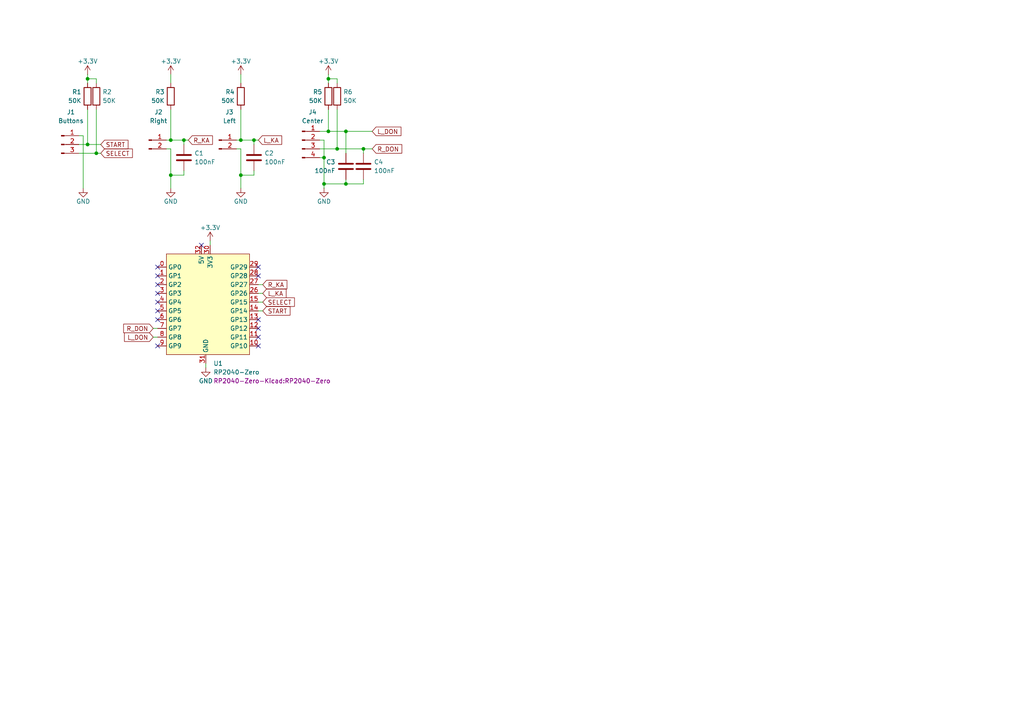
<source format=kicad_sch>
(kicad_sch (version 20231120) (generator "eeschema") (generator_version "8.0")
  (paper "A4")
  (lib_symbols
    (symbol "Connector:Conn_01x02_Pin" (pin_names (offset 1.016) hide)
      (property "Reference" "J" (at 0 2.54 0))
      (property "Value" "Conn_01x02_Pin" (at 0 -5.08 0))
      (symbol "Conn_01x02_Pin_1_1"
        (polyline (pts (xy 1.27 -2.54) (xy 0.8636 -2.54)) (stroke (width 0.1524)))
        (polyline (pts (xy 1.27 0) (xy 0.8636 0)) (stroke (width 0.1524)))
        (rectangle (start 0.8636 -2.413) (end 0 -2.667) (stroke (width 0.1524)) (fill (type outline)))
        (rectangle (start 0.8636 0.127) (end 0 -0.127) (stroke (width 0.1524)) (fill (type outline)))
        (pin passive line (at 5.08 0 180) (length 3.81) (name "Pin_1") (number "1"))
        (pin passive line (at 5.08 -2.54 180) (length 3.81) (name "Pin_2") (number "2"))
      )
    )
    (symbol "Connector:Conn_01x03_Pin" (pin_names (offset 1.016) hide)
      (property "Reference" "J" (at 0 5.08 0))
      (property "Value" "Conn_01x03_Pin" (at 0 -5.08 0))
      (symbol "Conn_01x03_Pin_1_1"
        (polyline (pts (xy 1.27 -2.54) (xy 0.8636 -2.54)) (stroke (width 0.1524)))
        (polyline (pts (xy 1.27 0) (xy 0.8636 0)) (stroke (width 0.1524)))
        (polyline (pts (xy 1.27 2.54) (xy 0.8636 2.54)) (stroke (width 0.1524)))
        (rectangle (start 0.8636 -2.413) (end 0 -2.667) (stroke (width 0.1524)) (fill (type outline)))
        (rectangle (start 0.8636 0.127) (end 0 -0.127) (stroke (width 0.1524)) (fill (type outline)))
        (rectangle (start 0.8636 2.667) (end 0 2.413) (stroke (width 0.1524)) (fill (type outline)))
        (pin passive line (at 5.08 2.54 180) (length 3.81) (name "Pin_1") (number "1"))
        (pin passive line (at 5.08 0 180) (length 3.81) (name "Pin_2") (number "2"))
        (pin passive line (at 5.08 -2.54 180) (length 3.81) (name "Pin_3") (number "3"))
      )
    )
    (symbol "Connector:Conn_01x04_Pin" (pin_names (offset 1.016) hide)
      (property "Reference" "J" (at 0 5.08 0))
      (property "Value" "Conn_01x04_Pin" (at 0 -7.62 0))
      (symbol "Conn_01x04_Pin_1_1"
        (polyline (pts (xy 1.27 -5.08) (xy 0.8636 -5.08)) (stroke (width 0.1524)))
        (polyline (pts (xy 1.27 -2.54) (xy 0.8636 -2.54)) (stroke (width 0.1524)))
        (polyline (pts (xy 1.27 0) (xy 0.8636 0)) (stroke (width 0.1524)))
        (polyline (pts (xy 1.27 2.54) (xy 0.8636 2.54)) (stroke (width 0.1524)))
        (rectangle (start 0.8636 -4.953) (end 0 -5.207) (stroke (width 0.1524)) (fill (type outline)))
        (rectangle (start 0.8636 -2.413) (end 0 -2.667) (stroke (width 0.1524)) (fill (type outline)))
        (rectangle (start 0.8636 0.127) (end 0 -0.127) (stroke (width 0.1524)) (fill (type outline)))
        (rectangle (start 0.8636 2.667) (end 0 2.413) (stroke (width 0.1524)) (fill (type outline)))
        (pin passive line (at 5.08 2.54 180) (length 3.81) (name "Pin_1") (number "1"))
        (pin passive line (at 5.08 0 180) (length 3.81) (name "Pin_2") (number "2"))
        (pin passive line (at 5.08 -2.54 180) (length 3.81) (name "Pin_3") (number "3"))
        (pin passive line (at 5.08 -5.08 180) (length 3.81) (name "Pin_4") (number "4"))
      )
    )
    (symbol "Device:C" (pin_numbers hide) (pin_names (offset 0.254))
      (property "Reference" "C" (at 0.635 2.54 0))
      (property "Value" "C" (at 0.635 -2.54 0))
      (symbol "C_0_1"
        (polyline (pts (xy -2.032 -0.762) (xy 2.032 -0.762)) (stroke (width 0.508)))
        (polyline (pts (xy -2.032 0.762) (xy 2.032 0.762)) (stroke (width 0.508)))
      )
      (symbol "C_1_1"
        (pin passive line (at 0 3.81 270) (length 2.794) (name "~") (number "1"))
        (pin passive line (at 0 -3.81 90) (length 2.794) (name "~") (number "2"))
      )
    )
    (symbol "Device:R" (pin_numbers hide) (pin_names (offset 0))
      (property "Reference" "R" (at 2.032 0 90))
      (property "Value" "R" (at 0 0 90))
      (symbol "R_0_1"
        (rectangle (start -1.016 -2.54) (end 1.016 2.54) (stroke (width 0.254)))
      )
      (symbol "R_1_1"
        (pin passive line (at 0 3.81 270) (length 1.27) (name "~") (number "1"))
        (pin passive line (at 0 -3.81 90) (length 1.27) (name "~") (number "2"))
      )
    )
    (symbol "RP2040-Zero_1"
      (property "Reference" "RZ" (at 0 0 0))
      (property "Value" "RP2040-Zero" (at 0 -2.54 0))
      (property "Footprint" "RP2040-Zero:RP2040-Zero" (at 0 2.54 0))
      (symbol "RP2040-Zero_1_0_1"
        (rectangle (start -11.43 -15.24) (end 12.7 13.97) (fill (type background)))
      )
      (symbol "RP2040-Zero_1_1_1"
        (pin bidirectional line (at -13.97 10.16 0) (length 2.54) (name "GP0") (number "0"))
        (pin bidirectional line (at -13.97 7.62 0) (length 2.54) (name "GP1") (number "1"))
        (pin bidirectional line (at 15.24 -12.7 180) (length 2.54) (name "GP10") (number "10"))
        (pin bidirectional line (at 15.24 -10.16 180) (length 2.54) (name "GP11") (number "11"))
        (pin bidirectional line (at 15.24 -7.62 180) (length 2.54) (name "GP12") (number "12"))
        (pin bidirectional line (at 15.24 -5.08 180) (length 2.54) (name "GP13") (number "13"))
        (pin bidirectional line (at 15.24 -2.54 180) (length 2.54) (name "GP14") (number "14"))
        (pin bidirectional line (at 15.24 0 180) (length 2.54) (name "GP15") (number "15"))
        (pin bidirectional line (at -13.97 5.08 0) (length 2.54) (name "GP2") (number "2"))
        (pin bidirectional line (at 15.24 2.54 180) (length 2.54) (name "GP26") (number "26"))
        (pin bidirectional line (at 15.24 5.08 180) (length 2.54) (name "GP27") (number "27"))
        (pin bidirectional line (at 15.24 7.62 180) (length 2.54) (name "GP28") (number "28"))
        (pin bidirectional line (at 15.24 10.16 180) (length 2.54) (name "GP29") (number "29"))
        (pin bidirectional line (at -13.97 2.54 0) (length 2.54) (name "GP3") (number "3"))
        (pin power_in line (at 1.27 16.51 270) (length 2.54) (name "3V3") (number "30"))
        (pin passive line (at 0 -17.78 90) (length 2.54) (name "GND") (number "31"))
        (pin power_in line (at -1.27 16.51 270) (length 2.54) (name "5V") (number "32"))
        (pin bidirectional line (at -13.97 0 0) (length 2.54) (name "GP4") (number "4"))
        (pin bidirectional line (at -13.97 -2.54 0) (length 2.54) (name "GP5") (number "5"))
        (pin bidirectional line (at -13.97 -5.08 0) (length 2.54) (name "GP6") (number "6"))
        (pin bidirectional line (at -13.97 -7.62 0) (length 2.54) (name "GP7") (number "7"))
        (pin bidirectional line (at -13.97 -10.16 0) (length 2.54) (name "GP8") (number "8"))
        (pin bidirectional line (at -13.97 -12.7 0) (length 2.54) (name "GP9") (number "9"))
      )
    )
    (symbol "power:+3.3V" (power) (pin_numbers hide) (pin_names (offset 0) hide)
      (property "Value" "+3.3V" (at 0 3.556 0))
      (symbol "+3.3V_0_1"
        (polyline (pts (xy -0.762 1.27) (xy 0 2.54)))
        (polyline (pts (xy 0 0) (xy 0 2.54)))
        (polyline (pts (xy 0 2.54) (xy 0.762 1.27)))
      )
      (symbol "+3.3V_1_1"
        (pin power_in line (at 0 0 90) (length 0) (name "~") (number "1"))
      )
    )
    (symbol "power:GND" (power) (pin_numbers hide) (pin_names (offset 0) hide)
      (property "Value" "GND" (at 0 -3.81 0))
      (symbol "GND_0_1"
        (polyline (pts (xy 0 0) (xy 0 -1.27) (xy 1.27 -1.27) (xy 0 -2.54) (xy -1.27 -1.27) (xy 0 -1.27)))
      )
      (symbol "GND_1_1"
        (pin power_in line (at 0 0 270) (length 0) (name "~") (number "1"))
      )
    )
  )
  (junction (at 25.4 41.91))
  (junction (at 97.79 43.18))
  (junction (at 93.98 45.72))
  (junction (at 49.53 50.8))
  (junction (at 95.25 22.86))
  (junction (at 95.25 38.1))
  (junction (at 53.34 40.64))
  (junction (at 69.85 50.8))
  (junction (at 73.66 40.64))
  (junction (at 105.41 43.18))
  (junction (at 27.94 44.45))
  (junction (at 69.85 40.64))
  (junction (at 100.33 38.1))
  (junction (at 49.53 40.64))
  (junction (at 93.98 53.34))
  (junction (at 25.4 22.86))
  (junction (at 100.33 53.34))
  (no_connect (at 45.72 92.71))
  (no_connect (at 74.93 80.01))
  (no_connect (at 45.72 80.01))
  (no_connect (at 45.72 87.63))
  (no_connect (at 45.72 100.33))
  (no_connect (at 45.72 82.55))
  (no_connect (at 74.93 92.71))
  (no_connect (at 45.72 90.17))
  (no_connect (at 74.93 97.79))
  (no_connect (at 45.72 85.09))
  (no_connect (at 45.72 77.47))
  (no_connect (at 58.42 71.12))
  (no_connect (at 74.93 100.33))
  (no_connect (at 74.93 77.47))
  (no_connect (at 74.93 95.25))
  (wire (pts (xy 93.98 45.72) (xy 93.98 53.34)))
  (wire (pts (xy 73.66 41.91) (xy 73.66 40.64)))
  (wire (pts (xy 73.66 49.53) (xy 73.66 50.8)))
  (wire (pts (xy 74.93 40.64) (xy 73.66 40.64)))
  (wire (pts (xy 24.13 39.37) (xy 22.86 39.37)))
  (wire (pts (xy 53.34 41.91) (xy 53.34 40.64)))
  (wire (pts (xy 25.4 22.86) (xy 25.4 24.13)))
  (wire (pts (xy 49.53 43.18) (xy 48.26 43.18)))
  (wire (pts (xy 44.45 95.25) (xy 45.72 95.25)))
  (wire (pts (xy 49.53 21.59) (xy 49.53 24.13)))
  (wire (pts (xy 69.85 31.75) (xy 69.85 40.64)))
  (wire (pts (xy 95.25 21.59) (xy 95.25 22.86)))
  (wire (pts (xy 49.53 40.64) (xy 48.26 40.64)))
  (wire (pts (xy 93.98 45.72) (xy 92.71 45.72)))
  (wire (pts (xy 76.2 90.17) (xy 74.93 90.17)))
  (wire (pts (xy 97.79 31.75) (xy 97.79 43.18)))
  (wire (pts (xy 100.33 53.34) (xy 105.41 53.34)))
  (wire (pts (xy 69.85 43.18) (xy 68.58 43.18)))
  (wire (pts (xy 25.4 41.91) (xy 29.21 41.91)))
  (wire (pts (xy 69.85 54.61) (xy 69.85 50.8)))
  (wire (pts (xy 27.94 44.45) (xy 29.21 44.45)))
  (wire (pts (xy 69.85 21.59) (xy 69.85 24.13)))
  (wire (pts (xy 95.25 22.86) (xy 95.25 24.13)))
  (wire (pts (xy 53.34 50.8) (xy 53.34 49.53)))
  (wire (pts (xy 25.4 31.75) (xy 25.4 41.91)))
  (wire (pts (xy 97.79 43.18) (xy 105.41 43.18)))
  (wire (pts (xy 95.25 31.75) (xy 95.25 38.1)))
  (wire (pts (xy 69.85 43.18) (xy 69.85 50.8)))
  (wire (pts (xy 54.61 40.64) (xy 53.34 40.64)))
  (wire (pts (xy 76.2 82.55) (xy 74.93 82.55)))
  (wire (pts (xy 73.66 40.64) (xy 69.85 40.64)))
  (wire (pts (xy 92.71 40.64) (xy 93.98 40.64)))
  (wire (pts (xy 97.79 24.13) (xy 97.79 22.86)))
  (wire (pts (xy 27.94 31.75) (xy 27.94 44.45)))
  (wire (pts (xy 105.41 43.18) (xy 105.41 44.45)))
  (wire (pts (xy 76.2 87.63) (xy 74.93 87.63)))
  (wire (pts (xy 25.4 21.59) (xy 25.4 22.86)))
  (wire (pts (xy 93.98 53.34) (xy 100.33 53.34)))
  (wire (pts (xy 100.33 53.34) (xy 100.33 52.07)))
  (wire (pts (xy 49.53 40.64) (xy 53.34 40.64)))
  (wire (pts (xy 93.98 54.61) (xy 93.98 53.34)))
  (wire (pts (xy 76.2 85.09) (xy 74.93 85.09)))
  (wire (pts (xy 93.98 40.64) (xy 93.98 45.72)))
  (wire (pts (xy 49.53 54.61) (xy 49.53 50.8)))
  (wire (pts (xy 73.66 50.8) (xy 69.85 50.8)))
  (wire (pts (xy 49.53 43.18) (xy 49.53 50.8)))
  (wire (pts (xy 95.25 38.1) (xy 100.33 38.1)))
  (wire (pts (xy 107.95 38.1) (xy 100.33 38.1)))
  (wire (pts (xy 95.25 38.1) (xy 92.71 38.1)))
  (wire (pts (xy 100.33 38.1) (xy 100.33 44.45)))
  (wire (pts (xy 69.85 40.64) (xy 68.58 40.64)))
  (wire (pts (xy 105.41 52.07) (xy 105.41 53.34)))
  (wire (pts (xy 60.96 69.85) (xy 60.96 71.12)))
  (wire (pts (xy 49.53 50.8) (xy 53.34 50.8)))
  (wire (pts (xy 25.4 22.86) (xy 27.94 22.86)))
  (wire (pts (xy 97.79 43.18) (xy 92.71 43.18)))
  (wire (pts (xy 107.95 43.18) (xy 105.41 43.18)))
  (wire (pts (xy 49.53 31.75) (xy 49.53 40.64)))
  (wire (pts (xy 24.13 54.61) (xy 24.13 39.37)))
  (wire (pts (xy 44.45 97.79) (xy 45.72 97.79)))
  (wire (pts (xy 95.25 22.86) (xy 97.79 22.86)))
  (wire (pts (xy 22.86 41.91) (xy 25.4 41.91)))
  (wire (pts (xy 22.86 44.45) (xy 27.94 44.45)))
  (wire (pts (xy 27.94 22.86) (xy 27.94 24.13)))
  (wire (pts (xy 59.69 106.68) (xy 59.69 105.41)))
  (global_label "R_KA" (shape input) (at 54.61 40.64 0) (property "Intersheetrefs" "${INTERSHEET_REFS}" (effects (hide yes))))
  (global_label "L_DON" (shape input) (at 107.95 38.1 0) (property "Intersheetrefs" "${INTERSHEET_REFS}" (effects (hide yes))))
  (global_label "R_DON" (shape input) (at 44.45 95.25 180) (property "Intersheetrefs" "${INTERSHEET_REFS}" (effects (hide yes))))
  (global_label "R_DON" (shape input) (at 107.95 43.18 0) (property "Intersheetrefs" "${INTERSHEET_REFS}" (effects (hide yes))))
  (global_label "START" (shape input) (at 29.21 41.91 0) (property "Intersheetrefs" "${INTERSHEET_REFS}" (effects (hide yes))))
  (global_label "L_DON" (shape input) (at 44.45 97.79 180) (property "Intersheetrefs" "${INTERSHEET_REFS}" (effects (hide yes))))
  (global_label "R_KA" (shape input) (at 76.2 82.55 0) (property "Intersheetrefs" "${INTERSHEET_REFS}" (effects (hide yes))))
  (global_label "SELECT" (shape input) (at 29.21 44.45 0) (property "Intersheetrefs" "${INTERSHEET_REFS}" (effects (hide yes))))
  (global_label "L_KA" (shape input) (at 76.2 85.09 0) (property "Intersheetrefs" "${INTERSHEET_REFS}" (effects (hide yes))))
  (global_label "START" (shape input) (at 76.2 90.17 0) (property "Intersheetrefs" "${INTERSHEET_REFS}" (effects (hide yes))))
  (global_label "SELECT" (shape input) (at 76.2 87.63 0) (property "Intersheetrefs" "${INTERSHEET_REFS}" (effects (hide yes))))
  (global_label "L_KA" (shape input) (at 74.93 40.64 0) (property "Intersheetrefs" "${INTERSHEET_REFS}" (effects (hide yes))))
  (symbol (lib_id "Device:R") (at 49.53 27.94 0) (mirror y) (unit 1)
    (property "Reference" "R3" (at 47.752 26.67 0) (effects (justify left)))
    (property "Value" "50K" (at 47.752 29.21 0) (effects (justify left)))
    (property "Footprint" "Resistor_SMD:R_0603_1608Metric_Pad0.98x0.95mm_HandSolder" (effects (hide yes)))
    (property "Description" "Resistor" (effects (hide yes)))
  )
  (symbol (lib_name "RP2040-Zero_1") (lib_id "rp2040-zero:RP2040-Zero") (at 59.69 87.63 0) (unit 1)
    (property "Reference" "U1" (at 61.8841 105.41 0) (effects (justify left)))
    (property "Value" "RP2040-Zero" (at 61.8841 107.95 0) (effects (justify left)))
    (property "Footprint" "RP2040-Zero-Kicad:RP2040-Zero" (at 61.8841 110.49 0) (effects (justify left)))
  )
  (symbol (lib_id "Device:R") (at 97.79 27.94 0) (unit 1)
    (property "Reference" "R6" (at 99.568 26.67 0) (effects (justify left)))
    (property "Value" "50K" (at 99.568 29.21 0) (effects (justify left)))
    (property "Footprint" "Resistor_SMD:R_0603_1608Metric_Pad0.98x0.95mm_HandSolder" (effects (hide yes)))
    (property "Description" "Resistor" (effects (hide yes)))
  )
  (symbol (lib_id "power:GND") (at 59.69 106.68 0) (unit 1)
    (property "Reference" "#PWR010" (effects (hide yes)))
    (property "Value" "GND" (at 59.69 110.49 0))
    (property "Description" "Power symbol creates a global label with name \"GND\" , ground" (effects (hide yes)))
  )
  (symbol (lib_id "Connector:Conn_01x04_Pin") (at 87.63 40.64 0) (unit 1)
    (property "Reference" "J4" (at 90.678 32.512 0))
    (property "Value" "Center" (at 90.678 35.052 0))
    (property "Footprint" "tatacon_connectors:PinSocket_1x04_P2.5mm_Vertical" (effects (hide yes)))
    (property "Description" "Generic connector, single row, 01x04, script generated" (effects (hide yes)))
  )
  (symbol (lib_id "Device:R") (at 69.85 27.94 0) (mirror y) (unit 1)
    (property "Reference" "R4" (at 68.072 26.67 0) (effects (justify left)))
    (property "Value" "50K" (at 68.072 29.21 0) (effects (justify left)))
    (property "Footprint" "Resistor_SMD:R_0603_1608Metric_Pad0.98x0.95mm_HandSolder" (effects (hide yes)))
    (property "Description" "Resistor" (effects (hide yes)))
  )
  (symbol (lib_id "Connector:Conn_01x02_Pin") (at 43.18 40.64 0) (unit 1)
    (property "Reference" "J2" (at 45.974 32.512 0))
    (property "Value" "Right" (at 45.974 35.052 0))
    (property "Footprint" "tatacon_connectors:PinSocket_1x02_Spaced_P2.00mm" (effects (hide yes)))
    (property "Description" "Generic connector, single row, 01x02, script generated" (effects (hide yes)))
  )
  (symbol (lib_id "Connector:Conn_01x02_Pin") (at 63.5 40.64 0) (unit 1)
    (property "Reference" "J3" (at 66.548 32.512 0))
    (property "Value" "Left" (at 66.548 35.052 0))
    (property "Footprint" "tatacon_connectors:PinSocket_1x02_Spaced_P2.00mm" (effects (hide yes)))
    (property "Description" "Generic connector, single row, 01x02, script generated" (effects (hide yes)))
  )
  (symbol (lib_id "power:+3.3V") (at 49.53 21.59 0) (unit 1)
    (property "Reference" "#PWR06" (effects (hide yes)))
    (property "Value" "+3.3V" (at 49.53 17.78 0))
    (property "Description" "Power symbol creates a global label with name \"+3.3V\"" (effects (hide yes)))
  )
  (symbol (lib_id "power:+3.3V") (at 60.96 69.85 0) (unit 1)
    (property "Reference" "#PWR09" (effects (hide yes)))
    (property "Value" "+3.3V" (at 60.96 66.04 0))
    (property "Description" "Power symbol creates a global label with name \"+3.3V\"" (effects (hide yes)))
  )
  (symbol (lib_id "Device:C") (at 53.34 45.72 0) (unit 1)
    (property "Reference" "C1" (at 56.388 44.45 0) (effects (justify left)))
    (property "Value" "100nF" (at 56.388 46.99 0) (effects (justify left)))
    (property "Footprint" "Capacitor_SMD:C_0603_1608Metric_Pad1.08x0.95mm_HandSolder" (effects (hide yes)))
    (property "Description" "Unpolarized capacitor" (effects (hide yes)))
  )
  (symbol (lib_id "Device:C") (at 100.33 48.26 0) (mirror y) (unit 1)
    (property "Reference" "C3" (at 97.282 46.99 0) (effects (justify left)))
    (property "Value" "100nF" (at 97.282 49.53 0) (effects (justify left)))
    (property "Footprint" "Capacitor_SMD:C_0603_1608Metric_Pad1.08x0.95mm_HandSolder" (effects (hide yes)))
    (property "Description" "Unpolarized capacitor" (effects (hide yes)))
  )
  (symbol (lib_id "Device:R") (at 95.25 27.94 0) (mirror y) (unit 1)
    (property "Reference" "R5" (at 93.472 26.67 0) (effects (justify left)))
    (property "Value" "50K" (at 93.472 29.21 0) (effects (justify left)))
    (property "Footprint" "Resistor_SMD:R_0603_1608Metric_Pad0.98x0.95mm_HandSolder" (effects (hide yes)))
    (property "Description" "Resistor" (effects (hide yes)))
  )
  (symbol (lib_id "Device:C") (at 105.41 48.26 0) (unit 1)
    (property "Reference" "C4" (at 108.458 46.99 0) (effects (justify left)))
    (property "Value" "100nF" (at 108.458 49.53 0) (effects (justify left)))
    (property "Footprint" "Capacitor_SMD:C_0603_1608Metric_Pad1.08x0.95mm_HandSolder" (effects (hide yes)))
    (property "Description" "Unpolarized capacitor" (effects (hide yes)))
  )
  (symbol (lib_id "Connector:Conn_01x03_Pin") (at 17.78 41.91 0) (unit 1)
    (property "Reference" "J1" (at 20.574 32.512 0))
    (property "Value" "Buttons" (at 20.574 35.052 0))
    (property "Footprint" "Connector_PinSocket_2.54mm:PinSocket_1x03_P2.54mm_Vertical" (effects (hide yes)))
    (property "Description" "Generic connector, single row, 01x03, script generated" (effects (hide yes)))
  )
  (symbol (lib_id "power:+3.3V") (at 69.85 21.59 0) (unit 1)
    (property "Reference" "#PWR07" (effects (hide yes)))
    (property "Value" "+3.3V" (at 69.85 17.78 0))
    (property "Description" "Power symbol creates a global label with name \"+3.3V\"" (effects (hide yes)))
  )
  (symbol (lib_id "power:GND") (at 49.53 54.61 0) (unit 1)
    (property "Reference" "#PWR02" (effects (hide yes)))
    (property "Value" "GND" (at 49.53 58.42 0))
    (property "Description" "Power symbol creates a global label with name \"GND\" , ground" (effects (hide yes)))
  )
  (symbol (lib_id "power:+3.3V") (at 95.25 21.59 0) (unit 1)
    (property "Reference" "#PWR08" (effects (hide yes)))
    (property "Value" "+3.3V" (at 95.25 17.78 0))
    (property "Description" "Power symbol creates a global label with name \"+3.3V\"" (effects (hide yes)))
  )
  (symbol (lib_id "power:GND") (at 69.85 54.61 0) (unit 1)
    (property "Reference" "#PWR03" (effects (hide yes)))
    (property "Value" "GND" (at 69.85 58.42 0))
    (property "Description" "Power symbol creates a global label with name \"GND\" , ground" (effects (hide yes)))
  )
  (symbol (lib_id "Device:R") (at 27.94 27.94 0) (unit 1)
    (property "Reference" "R2" (at 29.718 26.67 0) (effects (justify left)))
    (property "Value" "50K" (at 29.718 29.21 0) (effects (justify left)))
    (property "Footprint" "Resistor_SMD:R_0603_1608Metric_Pad0.98x0.95mm_HandSolder" (effects (hide yes)))
    (property "Description" "Resistor" (effects (hide yes)))
  )
  (symbol (lib_id "power:GND") (at 24.13 54.61 0) (unit 1)
    (property "Reference" "#PWR01" (effects (hide yes)))
    (property "Value" "GND" (at 24.13 58.42 0))
    (property "Description" "Power symbol creates a global label with name \"GND\" , ground" (effects (hide yes)))
  )
  (symbol (lib_id "Device:R") (at 25.4 27.94 0) (mirror y) (unit 1)
    (property "Reference" "R1" (at 23.622 26.67 0) (effects (justify left)))
    (property "Value" "50K" (at 23.622 29.21 0) (effects (justify left)))
    (property "Footprint" "Resistor_SMD:R_0603_1608Metric_Pad0.98x0.95mm_HandSolder" (effects (hide yes)))
    (property "Description" "Resistor" (effects (hide yes)))
  )
  (symbol (lib_id "power:GND") (at 93.98 54.61 0) (unit 1)
    (property "Reference" "#PWR04" (effects (hide yes)))
    (property "Value" "GND" (at 93.98 58.42 0))
    (property "Description" "Power symbol creates a global label with name \"GND\" , ground" (effects (hide yes)))
  )
  (symbol (lib_id "power:+3.3V") (at 25.4 21.59 0) (unit 1)
    (property "Reference" "#PWR05" (effects (hide yes)))
    (property "Value" "+3.3V" (at 25.4 17.78 0))
    (property "Description" "Power symbol creates a global label with name \"+3.3V\"" (effects (hide yes)))
  )
  (symbol (lib_id "Device:C") (at 73.66 45.72 0) (unit 1)
    (property "Reference" "C2" (at 76.708 44.45 0) (effects (justify left)))
    (property "Value" "100nF" (at 76.708 46.99 0) (effects (justify left)))
    (property "Footprint" "Capacitor_SMD:C_0603_1608Metric_Pad1.08x0.95mm_HandSolder" (effects (hide yes)))
    (property "Description" "Unpolarized capacitor" (effects (hide yes)))
  )
)
</source>
